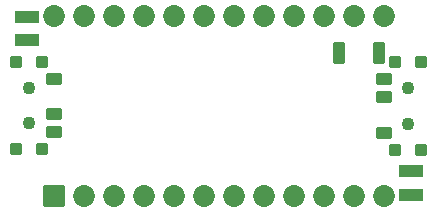
<source format=gbr>
%TF.GenerationSoftware,KiCad,Pcbnew,(6.0.6)*%
%TF.CreationDate,2022-10-25T19:30:22+11:00*%
%TF.ProjectId,battpack-double-ended,62617474-7061-4636-9b2d-646f75626c65,v1.0.0*%
%TF.SameCoordinates,Original*%
%TF.FileFunction,Soldermask,Top*%
%TF.FilePolarity,Negative*%
%FSLAX46Y46*%
G04 Gerber Fmt 4.6, Leading zero omitted, Abs format (unit mm)*
G04 Created by KiCad (PCBNEW (6.0.6)) date 2022-10-25 19:30:22*
%MOMM*%
%LPD*%
G01*
G04 APERTURE LIST*
G04 Aperture macros list*
%AMRoundRect*
0 Rectangle with rounded corners*
0 $1 Rounding radius*
0 $2 $3 $4 $5 $6 $7 $8 $9 X,Y pos of 4 corners*
0 Add a 4 corners polygon primitive as box body*
4,1,4,$2,$3,$4,$5,$6,$7,$8,$9,$2,$3,0*
0 Add four circle primitives for the rounded corners*
1,1,$1+$1,$2,$3*
1,1,$1+$1,$4,$5*
1,1,$1+$1,$6,$7*
1,1,$1+$1,$8,$9*
0 Add four rect primitives between the rounded corners*
20,1,$1+$1,$2,$3,$4,$5,0*
20,1,$1+$1,$4,$5,$6,$7,0*
20,1,$1+$1,$6,$7,$8,$9,0*
20,1,$1+$1,$8,$9,$2,$3,0*%
G04 Aperture macros list end*
%ADD10RoundRect,0.050000X-0.450000X-0.850000X0.450000X-0.850000X0.450000X0.850000X-0.450000X0.850000X0*%
%ADD11RoundRect,0.050000X-1.000000X-0.500000X1.000000X-0.500000X1.000000X0.500000X-1.000000X0.500000X0*%
%ADD12C,1.100000*%
%ADD13RoundRect,0.050000X-0.450000X0.450000X-0.450000X-0.450000X0.450000X-0.450000X0.450000X0.450000X0*%
%ADD14RoundRect,0.050000X-0.625000X0.450000X-0.625000X-0.450000X0.625000X-0.450000X0.625000X0.450000X0*%
%ADD15RoundRect,0.050000X0.450000X-0.450000X0.450000X0.450000X-0.450000X0.450000X-0.450000X-0.450000X0*%
%ADD16RoundRect,0.050000X0.625000X-0.450000X0.625000X0.450000X-0.625000X0.450000X-0.625000X-0.450000X0*%
%ADD17RoundRect,0.050000X1.000000X0.500000X-1.000000X0.500000X-1.000000X-0.500000X1.000000X-0.500000X0*%
%ADD18C,1.852600*%
%ADD19RoundRect,0.050000X-0.876300X-0.876300X0.876300X-0.876300X0.876300X0.876300X-0.876300X0.876300X0*%
G04 APERTURE END LIST*
D10*
%TO.C,B1*%
X74026187Y-45600000D03*
X77426187Y-45600000D03*
%TD*%
D11*
%TO.C,PAD4*%
X80142893Y-55592893D03*
%TD*%
D12*
%TO.C,T2*%
X79887500Y-51600000D03*
D13*
X80987500Y-53800000D03*
X78787500Y-53800000D03*
D12*
X79887500Y-48600000D03*
D13*
X78787500Y-46400000D03*
X80987500Y-46400000D03*
D14*
X77812500Y-52350000D03*
X77812500Y-49350000D03*
X77812500Y-47850000D03*
%TD*%
D11*
%TO.C,PAD3*%
X80142893Y-57592893D03*
%TD*%
D12*
%TO.C,T2*%
X47817752Y-48550000D03*
D15*
X46717752Y-46350000D03*
X48917752Y-46350000D03*
D12*
X47817752Y-51550000D03*
D15*
X48917752Y-53750000D03*
X46717752Y-53750000D03*
D16*
X49892752Y-47800000D03*
X49892752Y-50800000D03*
X49892752Y-52300000D03*
%TD*%
D17*
%TO.C,PAD3*%
X47600000Y-42550000D03*
%TD*%
D18*
%TO.C,*%
X49880000Y-42480000D03*
X52420000Y-42480000D03*
X54960000Y-42480000D03*
X57500000Y-42480000D03*
X60040000Y-42480000D03*
X62580000Y-42480000D03*
X65120000Y-42480000D03*
X67660000Y-42480000D03*
X70200000Y-42480000D03*
X72740000Y-42480000D03*
X75280000Y-42480000D03*
X77820000Y-42480000D03*
X77820000Y-57720000D03*
X75280000Y-57720000D03*
X72740000Y-57720000D03*
X70200000Y-57720000D03*
X67660000Y-57720000D03*
X65120000Y-57720000D03*
X62580000Y-57720000D03*
X60040000Y-57720000D03*
X57500000Y-57720000D03*
X54960000Y-57720000D03*
X52420000Y-57720000D03*
D19*
X49880000Y-57720000D03*
%TD*%
D17*
%TO.C,PAD4*%
X47600000Y-44550000D03*
%TD*%
D12*
%TO.C,T1*%
X79900000Y-51600000D03*
X79900000Y-48600000D03*
%TD*%
%TO.C,T1*%
X47817752Y-48550000D03*
X47817752Y-51550000D03*
%TD*%
M02*

</source>
